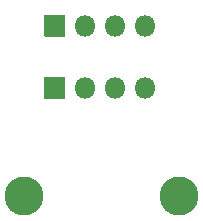
<source format=gbr>
G04 #@! TF.GenerationSoftware,KiCad,Pcbnew,(5.1.8)-1*
G04 #@! TF.CreationDate,2021-02-09T21:39:22+01:00*
G04 #@! TF.ProjectId,sensor_u,73656e73-6f72-45f7-952e-6b696361645f,rev?*
G04 #@! TF.SameCoordinates,Original*
G04 #@! TF.FileFunction,Soldermask,Bot*
G04 #@! TF.FilePolarity,Negative*
%FSLAX46Y46*%
G04 Gerber Fmt 4.6, Leading zero omitted, Abs format (unit mm)*
G04 Created by KiCad (PCBNEW (5.1.8)-1) date 2021-02-09 21:39:22*
%MOMM*%
%LPD*%
G01*
G04 APERTURE LIST*
%ADD10C,3.302000*%
%ADD11O,1.802000X1.802000*%
G04 APERTURE END LIST*
D10*
X76776000Y-83000000D03*
X63677800Y-83000000D03*
D11*
X73863200Y-73837800D03*
X71323200Y-73837800D03*
X68783200Y-73837800D03*
G36*
G01*
X67093200Y-74738800D02*
X65393200Y-74738800D01*
G75*
G02*
X65342200Y-74687800I0J51000D01*
G01*
X65342200Y-72987800D01*
G75*
G02*
X65393200Y-72936800I51000J0D01*
G01*
X67093200Y-72936800D01*
G75*
G02*
X67144200Y-72987800I0J-51000D01*
G01*
X67144200Y-74687800D01*
G75*
G02*
X67093200Y-74738800I-51000J0D01*
G01*
G37*
G36*
G01*
X67093200Y-69481000D02*
X65393200Y-69481000D01*
G75*
G02*
X65342200Y-69430000I0J51000D01*
G01*
X65342200Y-67730000D01*
G75*
G02*
X65393200Y-67679000I51000J0D01*
G01*
X67093200Y-67679000D01*
G75*
G02*
X67144200Y-67730000I0J-51000D01*
G01*
X67144200Y-69430000D01*
G75*
G02*
X67093200Y-69481000I-51000J0D01*
G01*
G37*
X68783200Y-68580000D03*
X71323200Y-68580000D03*
X73863200Y-68580000D03*
M02*

</source>
